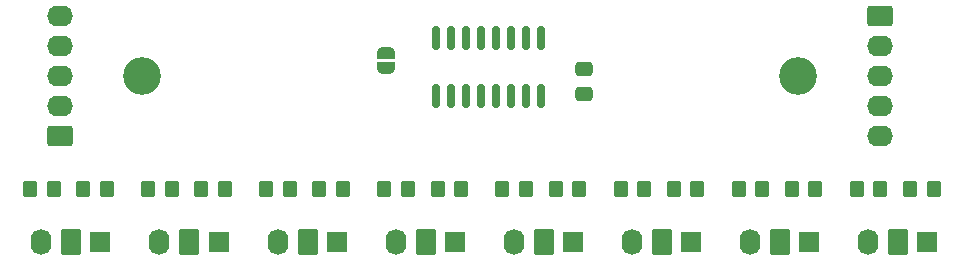
<source format=gts>
G04 #@! TF.GenerationSoftware,KiCad,Pcbnew,7.0.1*
G04 #@! TF.CreationDate,2023-08-26T14:25:07-05:00*
G04 #@! TF.ProjectId,Shift In Breakout Board V2,53686966-7420-4496-9e20-427265616b6f,rev?*
G04 #@! TF.SameCoordinates,Original*
G04 #@! TF.FileFunction,Soldermask,Top*
G04 #@! TF.FilePolarity,Negative*
%FSLAX46Y46*%
G04 Gerber Fmt 4.6, Leading zero omitted, Abs format (unit mm)*
G04 Created by KiCad (PCBNEW 7.0.1) date 2023-08-26 14:25:07*
%MOMM*%
%LPD*%
G01*
G04 APERTURE LIST*
G04 Aperture macros list*
%AMRoundRect*
0 Rectangle with rounded corners*
0 $1 Rounding radius*
0 $2 $3 $4 $5 $6 $7 $8 $9 X,Y pos of 4 corners*
0 Add a 4 corners polygon primitive as box body*
4,1,4,$2,$3,$4,$5,$6,$7,$8,$9,$2,$3,0*
0 Add four circle primitives for the rounded corners*
1,1,$1+$1,$2,$3*
1,1,$1+$1,$4,$5*
1,1,$1+$1,$6,$7*
1,1,$1+$1,$8,$9*
0 Add four rect primitives between the rounded corners*
20,1,$1+$1,$2,$3,$4,$5,0*
20,1,$1+$1,$4,$5,$6,$7,0*
20,1,$1+$1,$6,$7,$8,$9,0*
20,1,$1+$1,$8,$9,$2,$3,0*%
%AMFreePoly0*
4,1,19,0.500000,-0.750000,0.000000,-0.750000,0.000000,-0.744911,-0.071157,-0.744911,-0.207708,-0.704816,-0.327430,-0.627875,-0.420627,-0.520320,-0.479746,-0.390866,-0.500000,-0.250000,-0.500000,0.250000,-0.479746,0.390866,-0.420627,0.520320,-0.327430,0.627875,-0.207708,0.704816,-0.071157,0.744911,0.000000,0.744911,0.000000,0.750000,0.500000,0.750000,0.500000,-0.750000,0.500000,-0.750000,
$1*%
%AMFreePoly1*
4,1,19,0.000000,0.744911,0.071157,0.744911,0.207708,0.704816,0.327430,0.627875,0.420627,0.520320,0.479746,0.390866,0.500000,0.250000,0.500000,-0.250000,0.479746,-0.390866,0.420627,-0.520320,0.327430,-0.627875,0.207708,-0.704816,0.071157,-0.744911,0.000000,-0.744911,0.000000,-0.750000,-0.500000,-0.750000,-0.500000,0.750000,0.000000,0.750000,0.000000,0.744911,0.000000,0.744911,
$1*%
G04 Aperture macros list end*
%ADD10RoundRect,0.150000X-0.150000X0.825000X-0.150000X-0.825000X0.150000X-0.825000X0.150000X0.825000X0*%
%ADD11RoundRect,0.250000X0.350000X0.450000X-0.350000X0.450000X-0.350000X-0.450000X0.350000X-0.450000X0*%
%ADD12RoundRect,0.250000X0.620000X0.845000X-0.620000X0.845000X-0.620000X-0.845000X0.620000X-0.845000X0*%
%ADD13O,1.740000X2.190000*%
%ADD14RoundRect,0.250000X-0.845000X0.620000X-0.845000X-0.620000X0.845000X-0.620000X0.845000X0.620000X0*%
%ADD15O,2.190000X1.740000*%
%ADD16RoundRect,0.250000X-0.350000X-0.450000X0.350000X-0.450000X0.350000X0.450000X-0.350000X0.450000X0*%
%ADD17R,1.700000X1.700000*%
%ADD18RoundRect,0.250000X0.845000X-0.620000X0.845000X0.620000X-0.845000X0.620000X-0.845000X-0.620000X0*%
%ADD19C,3.200000*%
%ADD20FreePoly0,270.000000*%
%ADD21FreePoly1,270.000000*%
%ADD22RoundRect,0.250000X0.475000X-0.337500X0.475000X0.337500X-0.475000X0.337500X-0.475000X-0.337500X0*%
G04 APERTURE END LIST*
D10*
X155445000Y-85025000D03*
X154175000Y-85025000D03*
X152905000Y-85025000D03*
X151635000Y-85025000D03*
X150365000Y-85025000D03*
X149095000Y-85025000D03*
X147825000Y-85025000D03*
X146555000Y-85025000D03*
X146555000Y-89975000D03*
X147825000Y-89975000D03*
X149095000Y-89975000D03*
X150365000Y-89975000D03*
X151635000Y-89975000D03*
X152905000Y-89975000D03*
X154175000Y-89975000D03*
X155445000Y-89975000D03*
D11*
X134189949Y-97810051D03*
X132189949Y-97810051D03*
X114189949Y-97810051D03*
X112189949Y-97810051D03*
D12*
X155689949Y-102310051D03*
D13*
X153149949Y-102310051D03*
D14*
X184169949Y-83230051D03*
D15*
X184169949Y-85770051D03*
X184169949Y-88310051D03*
X184169949Y-90850051D03*
X184169949Y-93390051D03*
D12*
X135689949Y-102310051D03*
D13*
X133149949Y-102310051D03*
D16*
X166689949Y-97810051D03*
X168689949Y-97810051D03*
D12*
X125689949Y-102310051D03*
D13*
X123149949Y-102310051D03*
D17*
X138149949Y-102310051D03*
X128149949Y-102310051D03*
D12*
X165689949Y-102310051D03*
D13*
X163149949Y-102310051D03*
D18*
X114709949Y-93390051D03*
D15*
X114709949Y-90850051D03*
X114709949Y-88310051D03*
X114709949Y-85770051D03*
X114709949Y-83230051D03*
D19*
X177189949Y-88310051D03*
D17*
X118149949Y-102310051D03*
D20*
X142367000Y-86330000D03*
D21*
X142367000Y-87630000D03*
D12*
X175689949Y-102310051D03*
D13*
X173149949Y-102310051D03*
D11*
X164189949Y-97810051D03*
X162189949Y-97810051D03*
D17*
X178149949Y-102310051D03*
D22*
X159100000Y-89775000D03*
X159100000Y-87700000D03*
D17*
X148149949Y-102310051D03*
D16*
X116689949Y-97810051D03*
X118689949Y-97810051D03*
D11*
X154189949Y-97810051D03*
X152189949Y-97810051D03*
D17*
X188149949Y-102310051D03*
X168149949Y-102310051D03*
D16*
X126689949Y-97810051D03*
X128689949Y-97810051D03*
D12*
X115689949Y-102310051D03*
D13*
X113149949Y-102310051D03*
D16*
X146689949Y-97810051D03*
X148689949Y-97810051D03*
D11*
X184189949Y-97810051D03*
X182189949Y-97810051D03*
X124189949Y-97810051D03*
X122189949Y-97810051D03*
D16*
X136689949Y-97810051D03*
X138689949Y-97810051D03*
D11*
X174189949Y-97810051D03*
X172189949Y-97810051D03*
D12*
X185689949Y-102310051D03*
D13*
X183149949Y-102310051D03*
D16*
X156689949Y-97810051D03*
X158689949Y-97810051D03*
D11*
X144189949Y-97810051D03*
X142189949Y-97810051D03*
D16*
X176689949Y-97810051D03*
X178689949Y-97810051D03*
D12*
X145689949Y-102310051D03*
D13*
X143149949Y-102310051D03*
D16*
X186689949Y-97810051D03*
X188689949Y-97810051D03*
D19*
X121689949Y-88310051D03*
D17*
X158149949Y-102310051D03*
M02*

</source>
